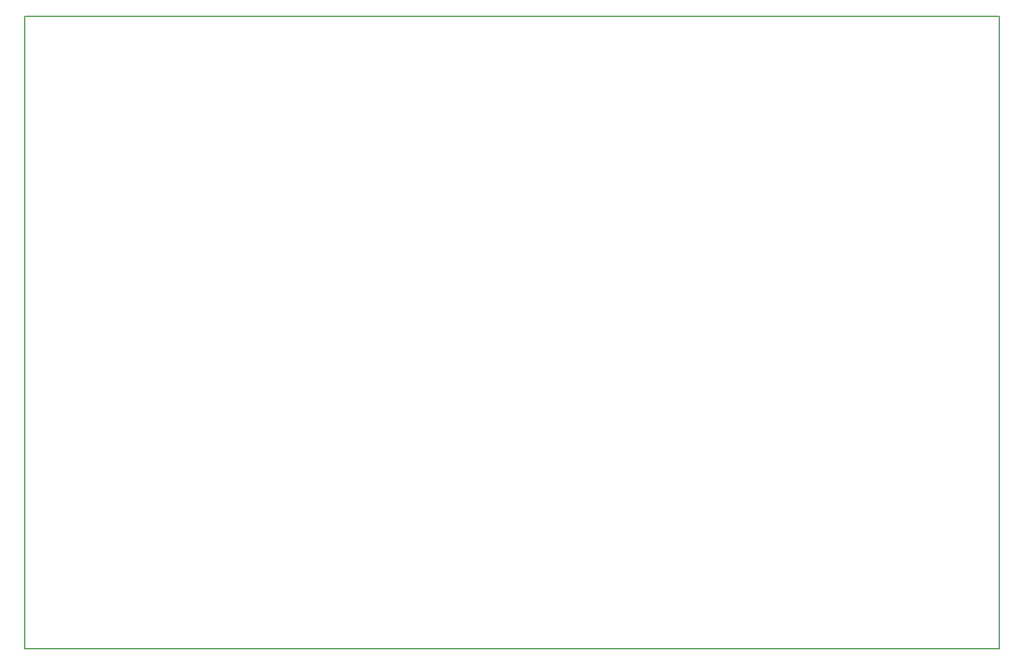
<source format=gm1>
G04 #@! TF.GenerationSoftware,KiCad,Pcbnew,5.1.5-52549c5~84~ubuntu18.04.1*
G04 #@! TF.CreationDate,2020-03-13T16:04:22+01:00*
G04 #@! TF.ProjectId,NixieClock,4e697869-6543-46c6-9f63-6b2e6b696361,0.1*
G04 #@! TF.SameCoordinates,Original*
G04 #@! TF.FileFunction,Profile,NP*
%FSLAX46Y46*%
G04 Gerber Fmt 4.6, Leading zero omitted, Abs format (unit mm)*
G04 Created by KiCad (PCBNEW 5.1.5-52549c5~84~ubuntu18.04.1) date 2020-03-13 16:04:22*
%MOMM*%
%LPD*%
G04 APERTURE LIST*
%ADD10C,0.150000*%
G04 APERTURE END LIST*
D10*
X220345000Y-138430000D02*
X220345000Y-137160000D01*
X73660000Y-138430000D02*
X220345000Y-138430000D01*
X220345000Y-43180000D02*
X220345000Y-137160000D01*
X73660000Y-43180000D02*
X220345000Y-43180000D01*
X73660000Y-138430000D02*
X73660000Y-43180000D01*
M02*

</source>
